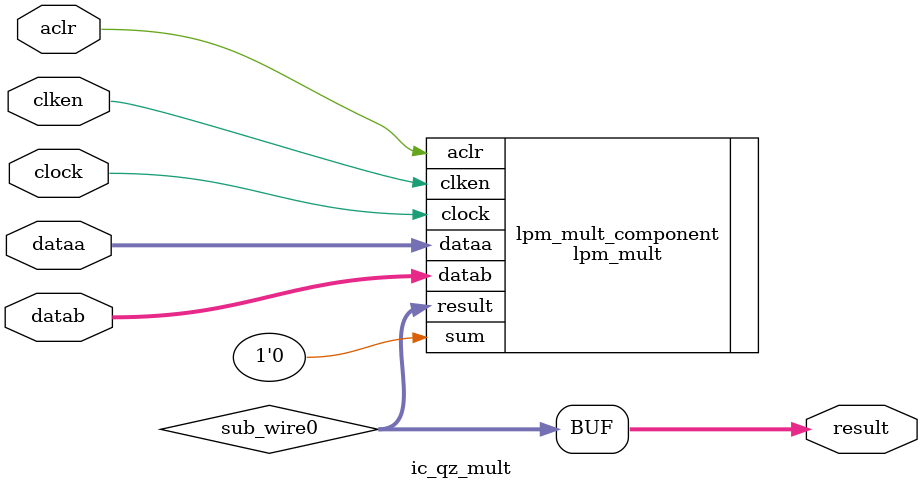
<source format=v>
module ic_qz_mult (
			aclr,
			clken,
			clock,
			dataa,
			datab,
			result
		);

	input	  aclr;
	input	  clken;
	input	  clock;
	input	[15:0]  dataa;
	input	[12:0]  datab;
	output	[28:0]  result;

	wire [28:0] sub_wire0;
	wire [28:0] result = sub_wire0[28:0];

	lpm_mult	lpm_mult_component (
				.dataa (dataa),
				.datab (datab),
				.clken (clken),
				.aclr (aclr),
				.clock (clock),
				.result (sub_wire0),
				.sum (1'b0));
	defparam
		lpm_mult_component.lpm_hint = "MAXIMIZE_SPEED=9",
		lpm_mult_component.lpm_pipeline = 1,
		lpm_mult_component.lpm_representation = "SIGNED",
		lpm_mult_component.lpm_type = "LPM_MULT",
		lpm_mult_component.lpm_widtha = 16,
		lpm_mult_component.lpm_widthb = 13,
		lpm_mult_component.lpm_widthp = 29;


endmodule

</source>
